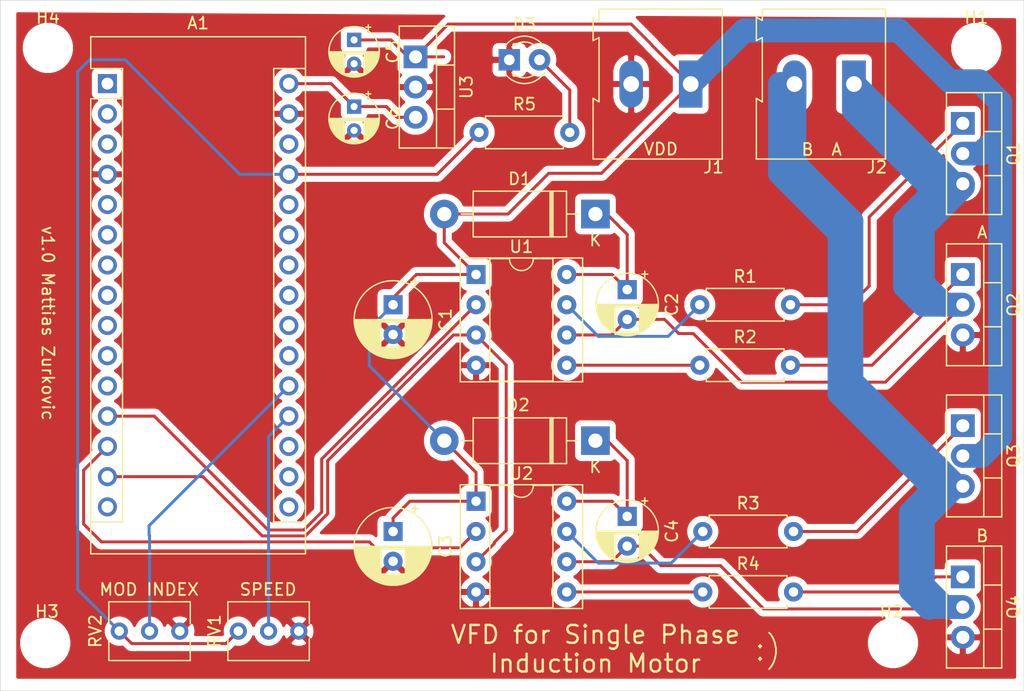
<source format=kicad_pcb>
(kicad_pcb (version 20171130) (host pcbnew "(5.1.12)-1")
  (layers (0 F.Cu signal) (31 B.Cu signal) (34 B.Paste user) (35 F.Paste user) (36 B.SilkS user) (37 F.SilkS user) (38 B.Mask user) (39 F.Mask user) (44 Edge.Cuts user))
  (net 0 "")
  (net 1 GND)
  (net 2 VDD)
  (net 3 A)
  (net 4 "Net-(C2-Pad1)")
  (net 5 "Net-(C4-Pad1)")
  (net 6 B)
  (net 7 HO_A)
  (net 8 LO_A)
  (net 9 HO_B)
  (net 10 SHUTDOWN)
  (net 11 SIG_A)
  (net 12 SIG_B)
  (net 13 LO_B)
  (net 14 +5V)
  (net 15 "Net-(A1-Pad16)")
  (net 16 "Net-(A1-Pad15)")
  (net 17 "Net-(A1-Pad28)")
  (net 18 "Net-(A1-Pad11)")
  (net 19 MOD_INDEX)
  (net 20 SPEED)
  (net 21 "Net-(A1-Pad23)")
  (net 22 "Net-(A1-Pad22)")
  (net 23 "Net-(A1-Pad21)")
  (net 24 "Net-(A1-Pad5)")
  (net 25 "Net-(A1-Pad3)")
  (net 26 "Net-(A1-Pad18)")
  (net 27 "Net-(A1-Pad2)")
  (net 28 "Net-(A1-Pad17)")
  (net 29 "Net-(A1-Pad1)")
  (net 30 "Net-(A1-Pad26)")
  (net 31 "Net-(A1-Pad10)")
  (net 32 "Net-(A1-Pad25)")
  (net 33 "Net-(A1-Pad9)")
  (net 34 "Net-(A1-Pad24)")
  (net 35 "Net-(A1-Pad8)")
  (net 36 "Net-(A1-Pad7)")
  (net 37 "Net-(A1-Pad6)")
  (net 38 "Net-(D3-Pad2)")
  (net 39 +9V)
  (net 40 "Net-(Q1-Pad1)")
  (net 41 "Net-(Q2-Pad1)")
  (net 42 "Net-(Q3-Pad1)")
  (net 43 "Net-(Q4-Pad1)")
  (module Module:Arduino_Nano (layer F.Cu) (at 110 34)
    (fp_text reference A1 (at 7.62 -5.08) (layer F.SilkS))
    (fp_text value Arduino_Nano_v3.x)
    (pad 16 thru_hole oval (at 15.24 35.56) (size 1.6 1.6) (drill 1) (layers *.Cu *.Mask) (net 15 "Net-(A1-Pad16)"))
    (pad 15 thru_hole oval (at 0 35.56) (size 1.6 1.6) (drill 1) (layers *.Cu *.Mask) (net 16 "Net-(A1-Pad15)"))
    (pad 30 thru_hole oval (at 15.24 0) (size 1.6 1.6) (drill 1) (layers *.Cu *.Mask) (net 39 +9V))
    (pad 14 thru_hole oval (at 0 33.02) (size 1.6 1.6) (drill 1) (layers *.Cu *.Mask) (net 10 SHUTDOWN))
    (pad 29 thru_hole oval (at 15.24 2.54) (size 1.6 1.6) (drill 1) (layers *.Cu *.Mask) (net 1 GND))
    (pad 13 thru_hole oval (at 0 30.48) (size 1.6 1.6) (drill 1) (layers *.Cu *.Mask) (net 12 SIG_B))
    (pad 28 thru_hole oval (at 15.24 5.08) (size 1.6 1.6) (drill 1) (layers *.Cu *.Mask) (net 17 "Net-(A1-Pad28)"))
    (pad 12 thru_hole oval (at 0 27.94) (size 1.6 1.6) (drill 1) (layers *.Cu *.Mask) (net 11 SIG_A))
    (pad 27 thru_hole oval (at 15.24 7.62) (size 1.6 1.6) (drill 1) (layers *.Cu *.Mask) (net 14 +5V))
    (pad 11 thru_hole oval (at 0 25.4) (size 1.6 1.6) (drill 1) (layers *.Cu *.Mask) (net 18 "Net-(A1-Pad11)"))
    (pad 26 thru_hole oval (at 15.24 10.16) (size 1.6 1.6) (drill 1) (layers *.Cu *.Mask) (net 30 "Net-(A1-Pad26)"))
    (pad 10 thru_hole oval (at 0 22.86) (size 1.6 1.6) (drill 1) (layers *.Cu *.Mask) (net 31 "Net-(A1-Pad10)"))
    (pad 25 thru_hole oval (at 15.24 12.7) (size 1.6 1.6) (drill 1) (layers *.Cu *.Mask) (net 32 "Net-(A1-Pad25)"))
    (pad 9 thru_hole oval (at 0 20.32) (size 1.6 1.6) (drill 1) (layers *.Cu *.Mask) (net 33 "Net-(A1-Pad9)"))
    (pad 24 thru_hole oval (at 15.24 15.24) (size 1.6 1.6) (drill 1) (layers *.Cu *.Mask) (net 34 "Net-(A1-Pad24)"))
    (pad 8 thru_hole oval (at 0 17.78) (size 1.6 1.6) (drill 1) (layers *.Cu *.Mask) (net 35 "Net-(A1-Pad8)"))
    (pad 23 thru_hole oval (at 15.24 17.78) (size 1.6 1.6) (drill 1) (layers *.Cu *.Mask) (net 21 "Net-(A1-Pad23)"))
    (pad 7 thru_hole oval (at 0 15.24) (size 1.6 1.6) (drill 1) (layers *.Cu *.Mask) (net 36 "Net-(A1-Pad7)"))
    (pad 22 thru_hole oval (at 15.24 20.32) (size 1.6 1.6) (drill 1) (layers *.Cu *.Mask) (net 22 "Net-(A1-Pad22)"))
    (pad 6 thru_hole oval (at 0 12.7) (size 1.6 1.6) (drill 1) (layers *.Cu *.Mask) (net 37 "Net-(A1-Pad6)"))
    (pad 21 thru_hole oval (at 15.24 22.86) (size 1.6 1.6) (drill 1) (layers *.Cu *.Mask) (net 23 "Net-(A1-Pad21)"))
    (pad 5 thru_hole oval (at 0 10.16) (size 1.6 1.6) (drill 1) (layers *.Cu *.Mask) (net 24 "Net-(A1-Pad5)"))
    (pad 20 thru_hole oval (at 15.24 25.4) (size 1.6 1.6) (drill 1) (layers *.Cu *.Mask) (net 19 MOD_INDEX))
    (pad 4 thru_hole oval (at 0 7.62) (size 1.6 1.6) (drill 1) (layers *.Cu *.Mask) (net 1 GND))
    (pad 19 thru_hole oval (at 15.24 27.94) (size 1.6 1.6) (drill 1) (layers *.Cu *.Mask) (net 20 SPEED))
    (pad 3 thru_hole oval (at 0 5.08) (size 1.6 1.6) (drill 1) (layers *.Cu *.Mask) (net 25 "Net-(A1-Pad3)"))
    (pad 18 thru_hole oval (at 15.24 30.48) (size 1.6 1.6) (drill 1) (layers *.Cu *.Mask) (net 26 "Net-(A1-Pad18)"))
    (pad 2 thru_hole oval (at 0 2.54) (size 1.6 1.6) (drill 1) (layers *.Cu *.Mask) (net 27 "Net-(A1-Pad2)"))
    (pad 17 thru_hole oval (at 15.24 33.02) (size 1.6 1.6) (drill 1) (layers *.Cu *.Mask) (net 28 "Net-(A1-Pad17)"))
    (pad 1 thru_hole rect (at 0 0) (size 1.6 1.6) (drill 1) (layers *.Cu *.Mask) (net 29 "Net-(A1-Pad1)"))
  )
  (module Package_DIP:DIP-8_W7.62mm_Socket (layer F.Cu) (at 140.97 69.088)
    (fp_text reference U2 (at 3.81 -2.33) (layer F.SilkS))
    (fp_text value IR2104)
    (pad 8 thru_hole oval (at 7.62 0) (size 1.6 1.6) (drill 0.8) (layers *.Cu *.Mask) (net 5 "Net-(C4-Pad1)"))
    (pad 4 thru_hole oval (at 0 7.62) (size 1.6 1.6) (drill 0.8) (layers *.Cu *.Mask) (net 1 GND))
    (pad 7 thru_hole oval (at 7.62 2.54) (size 1.6 1.6) (drill 0.8) (layers *.Cu *.Mask) (net 9 HO_B))
    (pad 3 thru_hole oval (at 0 5.08) (size 1.6 1.6) (drill 0.8) (layers *.Cu *.Mask) (net 10 SHUTDOWN))
    (pad 6 thru_hole oval (at 7.62 5.08) (size 1.6 1.6) (drill 0.8) (layers *.Cu *.Mask) (net 6 B))
    (pad 2 thru_hole oval (at 0 2.54) (size 1.6 1.6) (drill 0.8) (layers *.Cu *.Mask) (net 12 SIG_B))
    (pad 5 thru_hole oval (at 7.62 7.62) (size 1.6 1.6) (drill 0.8) (layers *.Cu *.Mask) (net 13 LO_B))
    (pad 1 thru_hole rect (at 0 0) (size 1.6 1.6) (drill 0.8) (layers *.Cu *.Mask) (net 2 VDD))
  )
  (module Package_DIP:DIP-8_W7.62mm_Socket (layer F.Cu) (at 140.97 50.038)
    (fp_text reference U1 (at 3.81 -2.33) (layer F.SilkS))
    (fp_text value IR2104)
    (pad 8 thru_hole oval (at 7.62 0) (size 1.6 1.6) (drill 0.8) (layers *.Cu *.Mask) (net 4 "Net-(C2-Pad1)"))
    (pad 4 thru_hole oval (at 0 7.62) (size 1.6 1.6) (drill 0.8) (layers *.Cu *.Mask) (net 1 GND))
    (pad 7 thru_hole oval (at 7.62 2.54) (size 1.6 1.6) (drill 0.8) (layers *.Cu *.Mask) (net 7 HO_A))
    (pad 3 thru_hole oval (at 0 5.08) (size 1.6 1.6) (drill 0.8) (layers *.Cu *.Mask) (net 10 SHUTDOWN))
    (pad 6 thru_hole oval (at 7.62 5.08) (size 1.6 1.6) (drill 0.8) (layers *.Cu *.Mask) (net 3 A))
    (pad 2 thru_hole oval (at 0 2.54) (size 1.6 1.6) (drill 0.8) (layers *.Cu *.Mask) (net 11 SIG_A))
    (pad 5 thru_hole oval (at 7.62 7.62) (size 1.6 1.6) (drill 0.8) (layers *.Cu *.Mask) (net 8 LO_A))
    (pad 1 thru_hole rect (at 0 0) (size 1.6 1.6) (drill 0.8) (layers *.Cu *.Mask) (net 2 VDD))
  )
  (module Package_TO_SOT_THT:TO-220-3_Vertical (layer F.Cu) (at 181.864 75.438 270)
    (fp_text reference Q4 (at 2.54 -4.27 90) (layer F.SilkS))
    (fp_text value Q_NMOS_GDS)
    (pad 3 thru_hole oval (at 5.08 0 270) (size 1.905 2) (drill 1.1) (layers *.Cu *.Mask) (net 1 GND))
    (pad 2 thru_hole oval (at 2.54 0 270) (size 1.905 2) (drill 1.1) (layers *.Cu *.Mask) (net 6 B))
    (pad 1 thru_hole rect (at 0 0 270) (size 1.905 2) (drill 1.1) (layers *.Cu *.Mask) (net 43 "Net-(Q4-Pad1)"))
  )
  (module Package_TO_SOT_THT:TO-220-3_Vertical (layer F.Cu) (at 181.864 62.738 270)
    (fp_text reference Q3 (at 2.54 -4.27 90) (layer F.SilkS))
    (fp_text value Q_NMOS_GDS)
    (pad 3 thru_hole oval (at 5.08 0 270) (size 1.905 2) (drill 1.1) (layers *.Cu *.Mask) (net 6 B))
    (pad 2 thru_hole oval (at 2.54 0 270) (size 1.905 2) (drill 1.1) (layers *.Cu *.Mask) (net 2 VDD))
    (pad 1 thru_hole rect (at 0 0 270) (size 1.905 2) (drill 1.1) (layers *.Cu *.Mask) (net 42 "Net-(Q3-Pad1)"))
  )
  (module Package_TO_SOT_THT:TO-220-3_Vertical (layer F.Cu) (at 181.864 50.038 270)
    (fp_text reference Q2 (at 2.54 -4.27 90) (layer F.SilkS))
    (fp_text value Q_NMOS_GDS)
    (pad 3 thru_hole oval (at 5.08 0 270) (size 1.905 2) (drill 1.1) (layers *.Cu *.Mask) (net 1 GND))
    (pad 2 thru_hole oval (at 2.54 0 270) (size 1.905 2) (drill 1.1) (layers *.Cu *.Mask) (net 3 A))
    (pad 1 thru_hole rect (at 0 0 270) (size 1.905 2) (drill 1.1) (layers *.Cu *.Mask) (net 41 "Net-(Q2-Pad1)"))
  )
  (module Package_TO_SOT_THT:TO-220-3_Vertical (layer F.Cu) (at 181.864 37.338 270)
    (fp_text reference Q1 (at 2.54 -4.27 90) (layer F.SilkS))
    (fp_text value Q_NMOS_GDS)
    (pad 3 thru_hole oval (at 5.08 0 270) (size 1.905 2) (drill 1.1) (layers *.Cu *.Mask) (net 3 A))
    (pad 2 thru_hole oval (at 2.54 0 270) (size 1.905 2) (drill 1.1) (layers *.Cu *.Mask) (net 2 VDD))
    (pad 1 thru_hole rect (at 0 0 270) (size 1.905 2) (drill 1.1) (layers *.Cu *.Mask) (net 40 "Net-(Q1-Pad1)"))
  )
  (module TerminalBlock:TerminalBlock_Altech_AK300-2_P5.00mm (layer F.Cu) (at 172.72 34.036 180)
    (fp_text reference J2 (at -1.92 -6.99) (layer F.SilkS))
    (fp_text value Conn_01x02)
    (pad 2 thru_hole oval (at 5 0 180) (size 1.98 3.96) (drill 1.32) (layers *.Cu *.Mask) (net 6 B))
    (pad 1 thru_hole rect (at 0 0 180) (size 1.98 3.96) (drill 1.32) (layers *.Cu *.Mask) (net 3 A))
  )
  (module Capacitor_THT:CP_Radial_D5.0mm_P2.50mm (layer F.Cu) (at 153.67 70.358 270)
    (fp_text reference C4 (at 1.25 -3.75 90) (layer F.SilkS))
    (fp_text value CP)
    (pad 2 thru_hole circle (at 2.5 0 270) (size 1.6 1.6) (drill 0.8) (layers *.Cu *.Mask) (net 6 B))
    (pad 1 thru_hole rect (at 0 0 270) (size 1.6 1.6) (drill 0.8) (layers *.Cu *.Mask) (net 5 "Net-(C4-Pad1)"))
  )
  (module Capacitor_THT:CP_Radial_D6.3mm_P2.50mm (layer F.Cu) (at 134 71.628 270)
    (fp_text reference C3 (at 1.25 -4.4 90) (layer F.SilkS))
    (fp_text value CP)
    (pad 2 thru_hole circle (at 2.5 0 270) (size 1.6 1.6) (drill 0.8) (layers *.Cu *.Mask) (net 1 GND))
    (pad 1 thru_hole rect (at 0 0 270) (size 1.6 1.6) (drill 0.8) (layers *.Cu *.Mask) (net 2 VDD))
  )
  (module Capacitor_THT:CP_Radial_D5.0mm_P2.50mm (layer F.Cu) (at 153.67 51.308 270)
    (fp_text reference C2 (at 1.25 -3.75 90) (layer F.SilkS))
    (fp_text value CP)
    (pad 2 thru_hole circle (at 2.5 0 270) (size 1.6 1.6) (drill 0.8) (layers *.Cu *.Mask) (net 3 A))
    (pad 1 thru_hole rect (at 0 0 270) (size 1.6 1.6) (drill 0.8) (layers *.Cu *.Mask) (net 4 "Net-(C2-Pad1)"))
  )
  (module Capacitor_THT:CP_Radial_D6.3mm_P2.50mm (layer F.Cu) (at 134 52.578 270)
    (fp_text reference C1 (at 1.25 -4.4 90) (layer F.SilkS))
    (fp_text value CP)
    (pad 2 thru_hole circle (at 2.5 0 270) (size 1.6 1.6) (drill 0.8) (layers *.Cu *.Mask) (net 1 GND))
    (pad 1 thru_hole rect (at 0 0 270) (size 1.6 1.6) (drill 0.8) (layers *.Cu *.Mask) (net 2 VDD))
  )
  (module TerminalBlock:TerminalBlock_Altech_AK300-2_P5.00mm (layer F.Cu) (at 159.004 34.036 180)
    (fp_text reference J1 (at -1.92 -6.99) (layer F.SilkS))
    (fp_text value Screw_Terminal_01x02)
    (pad 1 thru_hole rect (at 0 0 180) (size 1.98 3.96) (drill 1.32) (layers *.Cu *.Mask) (net 2 VDD))
    (pad 2 thru_hole oval (at 5 0 180) (size 1.98 3.96) (drill 1.32) (layers *.Cu *.Mask) (net 1 GND))
  )
  (module Potentiometer_THT:Potentiometer_Vishay_T73XW_Horizontal (layer F.Cu) (at 121 80 90)
    (fp_text reference RV1 (at 0 -2.01 90) (layer F.SilkS))
    (fp_text value R_POT)
    (pad 3 thru_hole circle (at 0 5.08 90) (size 1.44 1.44) (drill 0.8) (layers *.Cu *.Mask) (net 1 GND))
    (pad 2 thru_hole circle (at 0 2.54 90) (size 1.44 1.44) (drill 0.8) (layers *.Cu *.Mask) (net 20 SPEED))
    (pad 1 thru_hole circle (at 0 0 90) (size 1.44 1.44) (drill 0.8) (layers *.Cu *.Mask) (net 14 +5V))
  )
  (module Potentiometer_THT:Potentiometer_Vishay_T73XW_Horizontal (layer F.Cu) (at 111 80 90)
    (fp_text reference RV2 (at 0 -2.01 90) (layer F.SilkS))
    (fp_text value R_POT)
    (pad 1 thru_hole circle (at 0 0 90) (size 1.44 1.44) (drill 0.8) (layers *.Cu *.Mask) (net 14 +5V))
    (pad 2 thru_hole circle (at 0 2.54 90) (size 1.44 1.44) (drill 0.8) (layers *.Cu *.Mask) (net 19 MOD_INDEX))
    (pad 3 thru_hole circle (at 0 5.08 90) (size 1.44 1.44) (drill 0.8) (layers *.Cu *.Mask) (net 1 GND))
  )
  (module MountingHole:MountingHole_3.2mm_M3 (layer F.Cu) (at 183 31)
    (fp_text reference H1 (at 0 -2.56) (layer F.SilkS))
    (fp_text value MountingHole)
    (pad 1 np_thru_hole circle (at 0 0) (size 3.2 3.2) (drill 3.2) (layers *.Cu *.Mask))
  )
  (module MountingHole:MountingHole_3.2mm_M3 (layer F.Cu) (at 176 81)
    (fp_text reference H2 (at -0.128 -2.648) (layer F.SilkS))
    (fp_text value MountingHole)
    (pad 1 np_thru_hole circle (at 0 0) (size 3.2 3.2) (drill 3.2) (layers *.Cu *.Mask))
  )
  (module MountingHole:MountingHole_3.2mm_M3 (layer F.Cu) (at 104.775 81)
    (fp_text reference H3 (at 0.148 -2.648) (layer F.SilkS))
    (fp_text value MountingHole)
    (pad 1 np_thru_hole circle (at 0 0) (size 3.2 3.2) (drill 3.2) (layers *.Cu *.Mask))
  )
  (module MountingHole:MountingHole_3.2mm_M3 (layer F.Cu) (at 105 31)
    (fp_text reference H4 (at 0 -2.56) (layer F.SilkS))
    (fp_text value MountingHole)
    (pad 1 np_thru_hole circle (at 0 0) (size 3.2 3.2) (drill 3.2) (layers *.Cu *.Mask))
  )
  (module Diode_THT:D_DO-15_P12.70mm_Horizontal (layer F.Cu) (at 151 44.958 180)
    (fp_text reference D1 (at 6.35 2.958) (layer F.SilkS))
    (fp_text value D)
    (fp_text user K (at 0 -2.2) (layer F.SilkS))
    (pad 2 thru_hole oval (at 12.7 0 180) (size 2.4 2.4) (drill 1.2) (layers *.Cu *.Mask) (net 2 VDD))
    (pad 1 thru_hole rect (at 0 0 180) (size 2.4 2.4) (drill 1.2) (layers *.Cu *.Mask) (net 4 "Net-(C2-Pad1)"))
  )
  (module Diode_THT:D_DO-15_P12.70mm_Horizontal (layer F.Cu) (at 151 64 180)
    (fp_text reference D2 (at 6.5 3) (layer F.SilkS))
    (fp_text value D)
    (fp_text user K (at 0 -2.2) (layer F.SilkS))
    (pad 1 thru_hole rect (at 0 0 180) (size 2.4 2.4) (drill 1.2) (layers *.Cu *.Mask) (net 5 "Net-(C4-Pad1)"))
    (pad 2 thru_hole oval (at 12.7 0 180) (size 2.4 2.4) (drill 1.2) (layers *.Cu *.Mask) (net 2 VDD))
  )
  (module LED_THT:LED_D3.0mm (layer F.Cu) (at 143.764 32.004)
    (fp_text reference D3 (at 1.27 -2.96) (layer F.SilkS))
    (fp_text value LED)
    (pad 1 thru_hole rect (at 0 0) (size 1.8 1.8) (drill 0.9) (layers *.Cu *.Mask) (net 1 GND))
    (pad 2 thru_hole circle (at 2.54 0) (size 1.8 1.8) (drill 0.9) (layers *.Cu *.Mask) (net 38 "Net-(D3-Pad2)"))
  )
  (module Package_TO_SOT_THT:TO-220-3_Vertical (layer F.Cu) (at 135.89 31.75 270)
    (fp_text reference U3 (at 2.54 -4.27 90) (layer F.SilkS))
    (fp_text value L7809)
    (pad 1 thru_hole rect (at 0 0 270) (size 1.905 2) (drill 1.1) (layers *.Cu *.Mask) (net 2 VDD))
    (pad 2 thru_hole oval (at 2.54 0 270) (size 1.905 2) (drill 1.1) (layers *.Cu *.Mask) (net 1 GND))
    (pad 3 thru_hole oval (at 5.08 0 270) (size 1.905 2) (drill 1.1) (layers *.Cu *.Mask) (net 39 +9V))
  )
  (module Resistor_THT:R_Axial_DIN0207_L6.3mm_D2.5mm_P7.62mm_Horizontal (layer F.Cu) (at 159.766 52.578)
    (fp_text reference R1 (at 3.81 -2.37) (layer F.SilkS))
    (fp_text value 100R)
    (pad 1 thru_hole circle (at 0 0) (size 1.6 1.6) (drill 0.8) (layers *.Cu *.Mask) (net 7 HO_A))
    (pad 2 thru_hole oval (at 7.62 0) (size 1.6 1.6) (drill 0.8) (layers *.Cu *.Mask) (net 40 "Net-(Q1-Pad1)"))
  )
  (module Resistor_THT:R_Axial_DIN0207_L6.3mm_D2.5mm_P7.62mm_Horizontal (layer F.Cu) (at 159.766 57.658)
    (fp_text reference R2 (at 3.81 -2.37) (layer F.SilkS))
    (fp_text value 100R)
    (pad 2 thru_hole oval (at 7.62 0) (size 1.6 1.6) (drill 0.8) (layers *.Cu *.Mask) (net 41 "Net-(Q2-Pad1)"))
    (pad 1 thru_hole circle (at 0 0) (size 1.6 1.6) (drill 0.8) (layers *.Cu *.Mask) (net 8 LO_A))
  )
  (module Resistor_THT:R_Axial_DIN0207_L6.3mm_D2.5mm_P7.62mm_Horizontal (layer F.Cu) (at 160.02 71.628)
    (fp_text reference R3 (at 3.81 -2.37) (layer F.SilkS))
    (fp_text value 100R)
    (pad 2 thru_hole oval (at 7.62 0) (size 1.6 1.6) (drill 0.8) (layers *.Cu *.Mask) (net 42 "Net-(Q3-Pad1)"))
    (pad 1 thru_hole circle (at 0 0) (size 1.6 1.6) (drill 0.8) (layers *.Cu *.Mask) (net 9 HO_B))
  )
  (module Resistor_THT:R_Axial_DIN0207_L6.3mm_D2.5mm_P7.62mm_Horizontal (layer F.Cu) (at 160.02 76.708)
    (fp_text reference R4 (at 3.81 -2.37) (layer F.SilkS))
    (fp_text value 100R)
    (pad 1 thru_hole circle (at 0 0) (size 1.6 1.6) (drill 0.8) (layers *.Cu *.Mask) (net 13 LO_B))
    (pad 2 thru_hole oval (at 7.62 0) (size 1.6 1.6) (drill 0.8) (layers *.Cu *.Mask) (net 43 "Net-(Q4-Pad1)"))
  )
  (module Resistor_THT:R_Axial_DIN0207_L6.3mm_D2.5mm_P7.62mm_Horizontal (layer F.Cu) (at 141.224 38.1)
    (fp_text reference R5 (at 3.81 -2.37) (layer F.SilkS))
    (fp_text value R)
    (pad 1 thru_hole circle (at 0 0) (size 1.6 1.6) (drill 0.8) (layers *.Cu *.Mask) (net 14 +5V))
    (pad 2 thru_hole oval (at 7.62 0) (size 1.6 1.6) (drill 0.8) (layers *.Cu *.Mask) (net 38 "Net-(D3-Pad2)"))
  )
  (module Capacitor_THT:CP_Radial_D4.0mm_P2.00mm (layer F.Cu) (at 130.724999 30.329802 270)
    (fp_text reference C5 (at 1 -3.25 90) (layer F.SilkS))
    (fp_text value C)
    (pad 1 thru_hole rect (at 0 0 270) (size 1.2 1.2) (drill 0.6) (layers *.Cu *.Mask) (net 2 VDD))
    (pad 2 thru_hole circle (at 2 0 270) (size 1.2 1.2) (drill 0.6) (layers *.Cu *.Mask) (net 1 GND))
  )
  (module Capacitor_THT:CP_Radial_D4.0mm_P2.00mm (layer F.Cu) (at 130.724999 35.929802 270)
    (fp_text reference C6 (at 1 -3.25 90) (layer F.SilkS))
    (fp_text value C)
    (pad 2 thru_hole circle (at 2 0 270) (size 1.2 1.2) (drill 0.6) (layers *.Cu *.Mask) (net 1 GND))
    (pad 1 thru_hole rect (at 0 0 270) (size 1.2 1.2) (drill 0.6) (layers *.Cu *.Mask) (net 39 +9V))
  )
  (gr_text "B  A" (at 170.004 39.536) (layer F.SilkS) (effects (font (size 1 1))))
  (gr_text "MOD INDEX" (at 113.5 76.5) (layer F.SilkS) (effects (font (size 1 1))))
  (gr_text SPEED (at 123.5 76.5) (layer F.SilkS) (effects (font (size 1 1))))
  (gr_text B (at 183.5 72) (layer F.SilkS) (effects (font (size 1 1))))
  (gr_text A (at 183.5 46.5) (layer F.SilkS) (effects (font (size 1 1))))
  (gr_text VDD (at 156.5 39.5) (layer F.SilkS) (effects (font (size 1 1))))
  (gr_text ":)" (at 165.5 81.5) (layer F.SilkS) (effects (font (size 2 2))))
  (gr_text "VFD for Single Phase\nInduction Motor" (at 151 81.5) (layer F.SilkS) (effects (font (size 1.5 1.5) (thickness 0.2))))
  (gr_line (start 187 27) (end 186 27) (layer Edge.Cuts) (width 0.05))
  (gr_line (start 187 85) (end 187 27) (layer Edge.Cuts) (width 0.05))
  (gr_line (start 101 85) (end 187 85) (layer Edge.Cuts) (width 0.05))
  (gr_line (start 101 27) (end 101 85) (layer Edge.Cuts) (width 0.05))
  (gr_line (start 101 27) (end 186 27) (layer Edge.Cuts) (width 0.05))
  (gr_text "v1.0 Mattias Zurkovic " (at 105 54.5 270) (layer F.SilkS) (effects (font (size 1 1))))
  (segment (start 135.89 31.75) (end 135.25 31.75) (width 0.25) (layer F.Cu) (net 2))
  (segment (start 133.829802 30.329802) (end 130.724999 30.329802) (width 0.25) (layer F.Cu) (net 2))
  (segment (start 135.25 31.75) (end 133.829802 30.329802) (width 0.25) (layer F.Cu) (net 2))
  (segment (start 134 52.578) (end 134 52) (width 0.25) (layer F.Cu) (net 2))
  (segment (start 135.962 50.038) (end 140.97 50.038) (width 0.25) (layer F.Cu) (net 2))
  (segment (start 134 52) (end 135.962 50.038) (width 0.25) (layer F.Cu) (net 2))
  (segment (start 134 71.628) (end 134 70.5) (width 0.25) (layer F.Cu) (net 2))
  (segment (start 135.412 69.088) (end 140.97 69.088) (width 0.25) (layer F.Cu) (net 2))
  (segment (start 134 70.5) (end 135.412 69.088) (width 0.25) (layer F.Cu) (net 2))
  (segment (start 159.004 34.036) (end 159.004 33.996) (width 0.25) (layer B.Cu) (net 2))
  (segment (start 155.746999 30.778999) (end 155.746999 30.746999) (width 0.25) (layer F.Cu) (net 2))
  (segment (start 159.004 34.036) (end 155.746999 30.778999) (width 0.25) (layer F.Cu) (net 2))
  (segment (start 155.746999 30.746999) (end 154 29) (width 0.25) (layer F.Cu) (net 2))
  (segment (start 138.64 29) (end 135.89 31.75) (width 0.25) (layer F.Cu) (net 2))
  (segment (start 154 29) (end 138.64 29) (width 0.25) (layer F.Cu) (net 2))
  (segment (start 135.89 31.75) (end 138.25 31.75) (width 0.25) (layer F.Cu) (net 2))
  (segment (start 140.97 66.67) (end 138.3 64) (width 0.25) (layer F.Cu) (net 2))
  (segment (start 140.97 69.088) (end 140.97 66.67) (width 0.25) (layer F.Cu) (net 2))
  (segment (start 138.3 64) (end 132 57.7) (width 0.25) (layer B.Cu) (net 2))
  (segment (start 132 54.578) (end 134 52.578) (width 0.25) (layer B.Cu) (net 2))
  (segment (start 132 57.7) (end 132 54.578) (width 0.25) (layer B.Cu) (net 2))
  (segment (start 138.3 47.368) (end 140.97 50.038) (width 0.25) (layer F.Cu) (net 2))
  (segment (start 138.3 44.958) (end 138.3 47.368) (width 0.25) (layer F.Cu) (net 2))
  (segment (start 183.436502 39.878) (end 181.864 39.878) (width 2) (layer B.Cu) (net 2))
  (segment (start 185.004 38.310502) (end 183.436502 39.878) (width 2) (layer B.Cu) (net 2))
  (segment (start 181.883674 65.278) (end 181.873837 65.268163) (width 2) (layer B.Cu) (net 2))
  (segment (start 183.436502 65.278) (end 181.883674 65.278) (width 2) (layer B.Cu) (net 2))
  (segment (start 185.004 63.710502) (end 183.436502 65.278) (width 2) (layer B.Cu) (net 2))
  (segment (start 185.004 38.310502) (end 185.004 63.710502) (width 2) (layer B.Cu) (net 2))
  (segment (start 183.268001 33.800001) (end 185.004 35.536) (width 2) (layer B.Cu) (net 2))
  (segment (start 180.768001 33.800001) (end 183.268001 33.800001) (width 2) (layer B.Cu) (net 2))
  (segment (start 176.504 29.536) (end 180.768001 33.800001) (width 2) (layer B.Cu) (net 2))
  (segment (start 185.004 35.536) (end 185.004 38.310502) (width 2) (layer B.Cu) (net 2))
  (segment (start 159.004 34.036) (end 163.504 29.536) (width 2) (layer B.Cu) (net 2))
  (segment (start 163.504 29.536) (end 176.504 29.536) (width 2) (layer B.Cu) (net 2))
  (segment (start 151.504 41.536) (end 159.004 34.036) (width 0.25) (layer F.Cu) (net 2))
  (segment (start 147.073002 41.536) (end 151.504 41.536) (width 0.25) (layer F.Cu) (net 2))
  (segment (start 143.651002 44.958) (end 147.073002 41.536) (width 0.25) (layer F.Cu) (net 2))
  (segment (start 138.3 44.958) (end 143.651002 44.958) (width 0.25) (layer F.Cu) (net 2))
  (segment (start 152.36 55.118) (end 153.67 53.808) (width 0.25) (layer F.Cu) (net 3))
  (segment (start 148.59 55.118) (end 152.36 55.118) (width 0.25) (layer F.Cu) (net 3))
  (segment (start 172.72 34.249872) (end 172.72 34.036) (width 2) (layer B.Cu) (net 3))
  (segment (start 163.300003 59.083001) (end 175.358999 59.083001) (width 0.25) (layer F.Cu) (net 3))
  (segment (start 159.217002 55) (end 163.300003 59.083001) (width 0.25) (layer F.Cu) (net 3))
  (segment (start 175.358999 59.083001) (end 181.864 52.578) (width 0.25) (layer F.Cu) (net 3))
  (segment (start 158 55) (end 159.217002 55) (width 0.25) (layer F.Cu) (net 3))
  (segment (start 156.808 53.808) (end 158 55) (width 0.25) (layer F.Cu) (net 3))
  (segment (start 153.67 53.808) (end 156.808 53.808) (width 0.25) (layer F.Cu) (net 3))
  (segment (start 181.864 42.418) (end 181.864 42.676) (width 2) (layer B.Cu) (net 3))
  (segment (start 178.504 46.036) (end 178.504 50.790502) (width 2) (layer B.Cu) (net 3))
  (segment (start 181.102 42.418) (end 181.864 42.418) (width 2) (layer B.Cu) (net 3))
  (segment (start 172.72 34.036) (end 181.102 42.418) (width 2) (layer B.Cu) (net 3))
  (segment (start 172.72 34.036) (end 172.72 36.252) (width 2) (layer B.Cu) (net 3))
  (segment (start 180.254 43.786) (end 180.254 44.286) (width 2) (layer B.Cu) (net 3))
  (segment (start 180.254 44.286) (end 178.504 46.036) (width 2) (layer B.Cu) (net 3))
  (segment (start 181.864 42.676) (end 180.254 44.286) (width 2) (layer B.Cu) (net 3))
  (segment (start 172.72 36.252) (end 179.504 43.036) (width 2) (layer B.Cu) (net 3))
  (segment (start 179.504 43.036) (end 180.254 43.786) (width 2) (layer B.Cu) (net 3))
  (segment (start 180.291498 52.578) (end 178.504 50.790502) (width 2) (layer B.Cu) (net 3))
  (segment (start 181.864 52.578) (end 180.291498 52.578) (width 2) (layer B.Cu) (net 3))
  (segment (start 181.864 52.578) (end 178.546 52.578) (width 2) (layer B.Cu) (net 3))
  (segment (start 178.546 52.578) (end 177.004 51.036) (width 2) (layer B.Cu) (net 3))
  (segment (start 177.004 45.536) (end 179.504 43.036) (width 2) (layer B.Cu) (net 3))
  (segment (start 177.004 51.036) (end 177.004 45.536) (width 2) (layer B.Cu) (net 3))
  (segment (start 152.4 50.038) (end 153.67 51.308) (width 0.25) (layer F.Cu) (net 4))
  (segment (start 148.59 50.038) (end 152.4 50.038) (width 0.25) (layer F.Cu) (net 4))
  (segment (start 151 44.958) (end 151.958 44.958) (width 0.25) (layer F.Cu) (net 4))
  (segment (start 153.67 46.67) (end 153.67 51.308) (width 0.25) (layer F.Cu) (net 4))
  (segment (start 151.958 44.958) (end 153.67 46.67) (width 0.25) (layer F.Cu) (net 4))
  (segment (start 152.4 69.088) (end 153.67 70.358) (width 0.25) (layer F.Cu) (net 5))
  (segment (start 148.59 69.088) (end 152.4 69.088) (width 0.25) (layer F.Cu) (net 5))
  (segment (start 151 64) (end 152 64) (width 0.25) (layer F.Cu) (net 5))
  (segment (start 153.67 65.67) (end 153.67 70.358) (width 0.25) (layer F.Cu) (net 5))
  (segment (start 152 64) (end 153.67 65.67) (width 0.25) (layer F.Cu) (net 5))
  (segment (start 152.36 74.168) (end 153.67 72.858) (width 0.25) (layer F.Cu) (net 6))
  (segment (start 148.59 74.168) (end 152.36 74.168) (width 0.25) (layer F.Cu) (net 6))
  (segment (start 153.67 72.858) (end 154.858 72.858) (width 0.25) (layer F.Cu) (net 6))
  (segment (start 154.858 72.858) (end 156.5 74.5) (width 0.25) (layer F.Cu) (net 6))
  (segment (start 156.5 74.5) (end 161.5 74.5) (width 0.25) (layer F.Cu) (net 6))
  (segment (start 181.708999 78.133001) (end 181.864 77.978) (width 0.25) (layer F.Cu) (net 6))
  (segment (start 165.133001 78.133001) (end 181.708999 78.133001) (width 0.25) (layer F.Cu) (net 6))
  (segment (start 161.5 74.5) (end 165.133001 78.133001) (width 0.25) (layer F.Cu) (net 6))
  (segment (start 180.291498 77.978) (end 181.864 77.978) (width 2) (layer B.Cu) (net 6))
  (segment (start 178.504 76.190502) (end 180.291498 77.978) (width 2) (layer B.Cu) (net 6))
  (segment (start 178.504 70.536) (end 178.504 76.190502) (width 2) (layer B.Cu) (net 6))
  (segment (start 181.222 67.818) (end 178.504 70.536) (width 2) (layer B.Cu) (net 6))
  (segment (start 181.864 67.818) (end 181.222 67.818) (width 2) (layer B.Cu) (net 6))
  (segment (start 167.72 34.036) (end 167.72 40.752) (width 2) (layer B.Cu) (net 6))
  (segment (start 167.72 40.752) (end 172.504 45.536) (width 2) (layer B.Cu) (net 6))
  (segment (start 181.312392 67.818) (end 181.864 67.818) (width 2) (layer B.Cu) (net 6))
  (segment (start 172.504 59.009608) (end 181.312392 67.818) (width 2) (layer B.Cu) (net 6))
  (segment (start 172.504 45.536) (end 172.504 59.009608) (width 2) (layer B.Cu) (net 6))
  (segment (start 179.062 77.978) (end 181.864 77.978) (width 2) (layer B.Cu) (net 6))
  (segment (start 179.004 78.036) (end 179.062 77.978) (width 2) (layer B.Cu) (net 6))
  (segment (start 177.504 76.536) (end 179.004 78.036) (width 2) (layer B.Cu) (net 6))
  (segment (start 177.504 70.036) (end 177.504 76.536) (width 2) (layer B.Cu) (net 6))
  (segment (start 171.504 60.036) (end 179.504 68.036) (width 2) (layer B.Cu) (net 6))
  (segment (start 171.504 46.536) (end 171.504 60.036) (width 2) (layer B.Cu) (net 6))
  (segment (start 179.504 68.036) (end 177.504 70.036) (width 2) (layer B.Cu) (net 6))
  (segment (start 166.504 41.536) (end 171.504 46.536) (width 2) (layer B.Cu) (net 6))
  (segment (start 166.504 34.036) (end 166.504 41.536) (width 2) (layer B.Cu) (net 6))
  (segment (start 167.72 34.036) (end 166.504 34.036) (width 2) (layer B.Cu) (net 6))
  (segment (start 157.110999 55.233001) (end 159.766 52.578) (width 0.25) (layer B.Cu) (net 7))
  (segment (start 151.245001 55.233001) (end 157.110999 55.233001) (width 0.25) (layer B.Cu) (net 7))
  (segment (start 148.59 52.578) (end 151.245001 55.233001) (width 0.25) (layer B.Cu) (net 7))
  (segment (start 148.59 57.658) (end 159.766 57.658) (width 0.25) (layer F.Cu) (net 8))
  (segment (start 157.364999 74.283001) (end 160.02 71.628) (width 0.25) (layer B.Cu) (net 9))
  (segment (start 151.245001 74.283001) (end 157.364999 74.283001) (width 0.25) (layer B.Cu) (net 9))
  (segment (start 148.59 71.628) (end 151.245001 74.283001) (width 0.25) (layer B.Cu) (net 9))
  (segment (start 140.97 74.168) (end 142.5 72.638) (width 0.25) (layer F.Cu) (net 10))
  (segment (start 142.5 72.638) (end 142.5 72.54) (width 0.25) (layer F.Cu) (net 10))
  (segment (start 142.5 72.54) (end 143.504 71.536) (width 0.25) (layer F.Cu) (net 10))
  (segment (start 143.504 57.652) (end 140.97 55.118) (width 0.25) (layer F.Cu) (net 10))
  (segment (start 143.504 71.536) (end 143.504 57.652) (width 0.25) (layer F.Cu) (net 10))
  (segment (start 138.186401 55.998009) (end 139.06641 55.118) (width 0.25) (layer F.Cu) (net 10))
  (segment (start 139.06641 55.118) (end 140.97 55.118) (width 0.25) (layer F.Cu) (net 10))
  (segment (start 138.1784 55.99801) (end 138.186401 55.998009) (width 0.25) (layer F.Cu) (net 10))
  (segment (start 128.504 65.67241) (end 138.1784 55.99801) (width 0.25) (layer F.Cu) (net 10))
  (segment (start 128.504 70.13241) (end 128.504 65.67241) (width 0.25) (layer F.Cu) (net 10))
  (segment (start 126.63641 72) (end 128.504 70.13241) (width 0.25) (layer F.Cu) (net 10))
  (segment (start 123 72) (end 126.63641 72) (width 0.25) (layer F.Cu) (net 10))
  (segment (start 118.02 67.02) (end 123 72) (width 0.25) (layer F.Cu) (net 10))
  (segment (start 110 67.02) (end 118.02 67.02) (width 0.25) (layer F.Cu) (net 10))
  (segment (start 123.5 71.5) (end 126.5 71.5) (width 0.25) (layer F.Cu) (net 11))
  (segment (start 113.94 61.94) (end 123.5 71.5) (width 0.25) (layer F.Cu) (net 11))
  (segment (start 138 55.548) (end 140.97 52.578) (width 0.25) (layer F.Cu) (net 11))
  (segment (start 110 61.94) (end 113.94 61.94) (width 0.25) (layer F.Cu) (net 11))
  (segment (start 138 55.548) (end 137.992 55.548) (width 0.25) (layer F.Cu) (net 11))
  (segment (start 137.992 55.548) (end 128.004 65.536) (width 0.25) (layer F.Cu) (net 11))
  (segment (start 128.004 69.996) (end 126.5 71.5) (width 0.25) (layer F.Cu) (net 11))
  (segment (start 128.004 65.536) (end 128.004 69.996) (width 0.25) (layer F.Cu) (net 11))
  (segment (start 139.598 73) (end 140.97 71.628) (width 0.25) (layer F.Cu) (net 12))
  (segment (start 132.5 73) (end 139.598 73) (width 0.25) (layer F.Cu) (net 12))
  (segment (start 132 72.5) (end 132.5 73) (width 0.25) (layer F.Cu) (net 12))
  (segment (start 109.5 72.5) (end 132 72.5) (width 0.25) (layer F.Cu) (net 12))
  (segment (start 108 71) (end 109.5 72.5) (width 0.25) (layer F.Cu) (net 12))
  (segment (start 108 66.48) (end 108 71) (width 0.25) (layer F.Cu) (net 12))
  (segment (start 110 64.48) (end 108 66.48) (width 0.25) (layer F.Cu) (net 12))
  (segment (start 148.59 76.708) (end 160.02 76.708) (width 0.25) (layer F.Cu) (net 13))
  (segment (start 112.045001 81.045001) (end 111 80) (width 0.25) (layer F.Cu) (net 14))
  (segment (start 119.954999 81.045001) (end 112.045001 81.045001) (width 0.25) (layer F.Cu) (net 14))
  (segment (start 121 80) (end 119.954999 81.045001) (width 0.25) (layer F.Cu) (net 14))
  (segment (start 125.24 41.62) (end 121.12 41.62) (width 0.25) (layer B.Cu) (net 14))
  (segment (start 121.12 41.62) (end 111.5 32) (width 0.25) (layer B.Cu) (net 14))
  (segment (start 111.5 32) (end 108.5 32) (width 0.25) (layer B.Cu) (net 14))
  (segment (start 108.5 32) (end 107.5 33) (width 0.25) (layer B.Cu) (net 14))
  (segment (start 107.5 76.5) (end 111 80) (width 0.25) (layer B.Cu) (net 14))
  (segment (start 107.5 33) (end 107.5 76.5) (width 0.25) (layer B.Cu) (net 14))
  (segment (start 137.704 41.62) (end 141.224 38.1) (width 0.25) (layer F.Cu) (net 14))
  (segment (start 125.24 41.62) (end 137.704 41.62) (width 0.25) (layer F.Cu) (net 14))
  (segment (start 113.54 71.974998) (end 113.5 71.934998) (width 0.25) (layer B.Cu) (net 19))
  (segment (start 113.54 80) (end 113.54 71.974998) (width 0.25) (layer B.Cu) (net 19))
  (segment (start 113.5 71.14) (end 125.24 59.4) (width 0.25) (layer B.Cu) (net 19))
  (segment (start 113.5 71.934998) (end 113.5 71.14) (width 0.25) (layer B.Cu) (net 19))
  (segment (start 123.54 63.64) (end 123.54 80) (width 0.25) (layer B.Cu) (net 20))
  (segment (start 125.24 61.94) (end 123.54 63.64) (width 0.25) (layer B.Cu) (net 20))
  (segment (start 148.844 34.544) (end 146.304 32.004) (width 0.25) (layer F.Cu) (net 38))
  (segment (start 148.844 38.1) (end 148.844 34.544) (width 0.25) (layer F.Cu) (net 38))
  (segment (start 128.795197 34) (end 130.724999 35.929802) (width 0.25) (layer F.Cu) (net 39))
  (segment (start 125.24 34) (end 128.795197 34) (width 0.25) (layer F.Cu) (net 39))
  (segment (start 135.89 36.83) (end 134.33 36.83) (width 0.25) (layer F.Cu) (net 39))
  (segment (start 133.429802 35.929802) (end 130.724999 35.929802) (width 0.25) (layer F.Cu) (net 39))
  (segment (start 134.33 36.83) (end 133.429802 35.929802) (width 0.25) (layer F.Cu) (net 39))
  (segment (start 174 45.202) (end 181.864 37.338) (width 0.25) (layer F.Cu) (net 40))
  (segment (start 174 51) (end 174 45.202) (width 0.25) (layer F.Cu) (net 40))
  (segment (start 172.422 52.578) (end 174 51) (width 0.25) (layer F.Cu) (net 40))
  (segment (start 167.386 52.578) (end 172.422 52.578) (width 0.25) (layer F.Cu) (net 40))
  (segment (start 174.244 57.658) (end 181.864 50.038) (width 0.25) (layer F.Cu) (net 41))
  (segment (start 167.386 57.658) (end 174.244 57.658) (width 0.25) (layer F.Cu) (net 41))
  (segment (start 172.974 71.628) (end 181.864 62.738) (width 0.25) (layer F.Cu) (net 42))
  (segment (start 167.64 71.628) (end 172.974 71.628) (width 0.25) (layer F.Cu) (net 42))
  (segment (start 167.64 76.708) (end 178.292 76.708) (width 0.25) (layer F.Cu) (net 43))
  (segment (start 179.562 75.438) (end 181.864 75.438) (width 0.25) (layer F.Cu) (net 43))
  (segment (start 178.292 76.708) (end 179.562 75.438) (width 0.25) (layer F.Cu) (net 43))
  (zone (net 1) (net_name GND) (layer F.Cu) (connect_pads (clearance 0.508)) (min_thickness 0.254) (fill yes (arc_segments 32) (thermal_gap 0.508) (thermal_bridge_width 0.508))
    (polygon (pts (xy 186.340218 28.5) (xy 186.340218 84) (xy 102.340218 84) (xy 102.340218 28)))
  )
)
</source>
